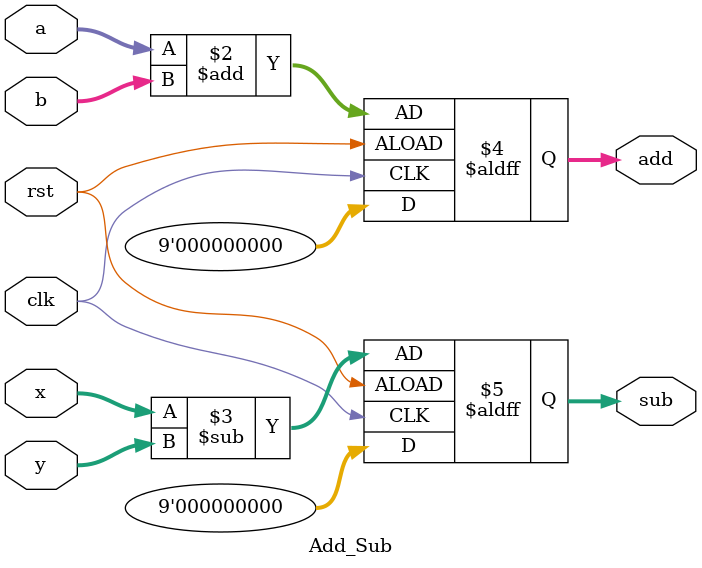
<source format=v>
module Add_Sub #(parameter WIDTH = 8)(clk, rst, a, b, x, y, add, sub);
    input clk, rst;
    input  [WIDTH-1:0] a, b, x, y;
    output reg [WIDTH:0] add, sub;
  
    always @(posedge clk, negedge rst) begin
        if (rst) begin
            add <= 0;
            sub <= 0;
        end
        else begin
            add <= a + b;
            sub <= x - y;
        end

    end
endmodule
</source>
